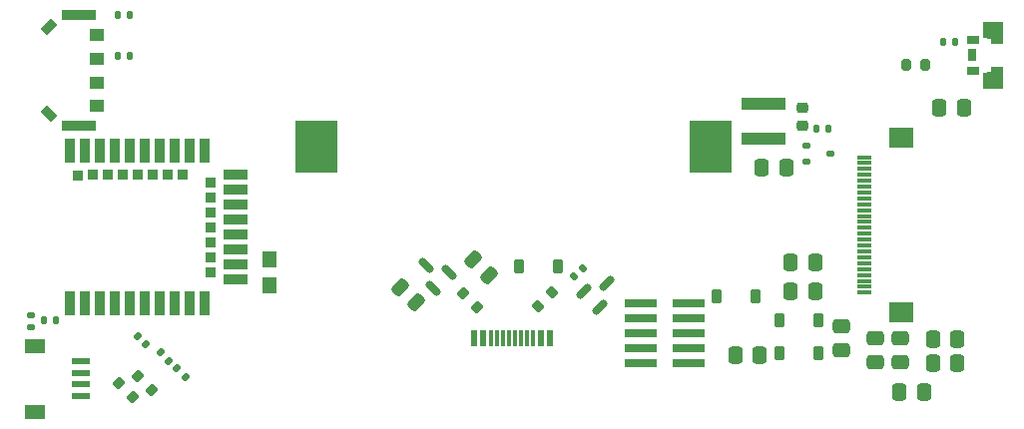
<source format=gbr>
%TF.GenerationSoftware,KiCad,Pcbnew,8.0.9-8.0.9-0~ubuntu22.04.1*%
%TF.CreationDate,2025-08-10T04:03:49+02:00*%
%TF.ProjectId,H-C3-ulp29,482d4333-2d75-46c7-9032-392e6b696361,rev?*%
%TF.SameCoordinates,Original*%
%TF.FileFunction,Paste,Top*%
%TF.FilePolarity,Positive*%
%FSLAX46Y46*%
G04 Gerber Fmt 4.6, Leading zero omitted, Abs format (unit mm)*
G04 Created by KiCad (PCBNEW 8.0.9-8.0.9-0~ubuntu22.04.1) date 2025-08-10 04:03:49*
%MOMM*%
%LPD*%
G01*
G04 APERTURE LIST*
G04 Aperture macros list*
%AMRoundRect*
0 Rectangle with rounded corners*
0 $1 Rounding radius*
0 $2 $3 $4 $5 $6 $7 $8 $9 X,Y pos of 4 corners*
0 Add a 4 corners polygon primitive as box body*
4,1,4,$2,$3,$4,$5,$6,$7,$8,$9,$2,$3,0*
0 Add four circle primitives for the rounded corners*
1,1,$1+$1,$2,$3*
1,1,$1+$1,$4,$5*
1,1,$1+$1,$6,$7*
1,1,$1+$1,$8,$9*
0 Add four rect primitives between the rounded corners*
20,1,$1+$1,$2,$3,$4,$5,0*
20,1,$1+$1,$4,$5,$6,$7,0*
20,1,$1+$1,$6,$7,$8,$9,0*
20,1,$1+$1,$8,$9,$2,$3,0*%
%AMRotRect*
0 Rectangle, with rotation*
0 The origin of the aperture is its center*
0 $1 length*
0 $2 width*
0 $3 Rotation angle, in degrees counterclockwise*
0 Add horizontal line*
21,1,$1,$2,0,0,$3*%
%AMFreePoly0*
4,1,21,0.935355,1.185355,0.950000,1.150000,0.950000,0.250000,0.935355,0.214645,0.900000,0.200000,0.452741,0.200000,0.479746,0.140866,0.500000,0.000000,0.479746,-0.140866,0.450000,-0.206001,0.450000,-0.450000,0.435355,-0.485355,0.400000,-0.500000,-0.900000,-0.500000,-0.935355,-0.485355,-0.950000,-0.450000,-0.950000,1.150000,-0.935355,1.185355,-0.900000,1.200000,0.900000,1.200000,
0.935355,1.185355,0.935355,1.185355,$1*%
%AMFreePoly1*
4,1,21,0.935355,1.185355,0.950000,1.150000,0.950000,-0.450000,0.935355,-0.485355,0.900000,-0.500000,-0.400000,-0.500000,-0.435355,-0.485355,-0.450000,-0.450000,-0.450000,-0.206001,-0.479746,-0.140866,-0.500000,0.000000,-0.479746,0.140866,-0.452741,0.200000,-0.900000,0.200000,-0.935355,0.214645,-0.950000,0.250000,-0.950000,1.150000,-0.935355,1.185355,-0.900000,1.200000,0.900000,1.200000,
0.935355,1.185355,0.935355,1.185355,$1*%
G04 Aperture macros list end*
%ADD10R,1.300000X1.000000*%
%ADD11R,3.000000X0.900000*%
%ADD12RotRect,1.200000X0.800000X45.000000*%
%ADD13RotRect,1.200000X0.800000X135.000000*%
%ADD14RoundRect,0.250000X0.475000X-0.337500X0.475000X0.337500X-0.475000X0.337500X-0.475000X-0.337500X0*%
%ADD15R,1.550000X0.600000*%
%ADD16R,1.800000X1.200000*%
%ADD17RoundRect,0.135000X0.135000X0.185000X-0.135000X0.185000X-0.135000X-0.185000X0.135000X-0.185000X0*%
%ADD18RoundRect,0.135000X-0.135000X-0.185000X0.135000X-0.185000X0.135000X0.185000X-0.135000X0.185000X0*%
%ADD19R,3.630000X4.500000*%
%ADD20RoundRect,0.225000X0.225000X0.375000X-0.225000X0.375000X-0.225000X-0.375000X0.225000X-0.375000X0*%
%ADD21RoundRect,0.135000X-0.226274X-0.035355X-0.035355X-0.226274X0.226274X0.035355X0.035355X0.226274X0*%
%ADD22R,3.708400X1.092200*%
%ADD23R,1.000000X0.800000*%
%ADD24R,0.700000X1.100000*%
%ADD25FreePoly0,270.000000*%
%ADD26FreePoly1,270.000000*%
%ADD27RoundRect,0.200000X0.335876X0.053033X0.053033X0.335876X-0.335876X-0.053033X-0.053033X-0.335876X0*%
%ADD28RoundRect,0.147500X0.172500X-0.147500X0.172500X0.147500X-0.172500X0.147500X-0.172500X-0.147500X0*%
%ADD29RoundRect,0.250000X0.337500X0.475000X-0.337500X0.475000X-0.337500X-0.475000X0.337500X-0.475000X0*%
%ADD30RoundRect,0.150000X0.521491X-0.309359X-0.309359X0.521491X-0.521491X0.309359X0.309359X-0.521491X0*%
%ADD31RoundRect,0.225000X-0.225000X-0.375000X0.225000X-0.375000X0.225000X0.375000X-0.225000X0.375000X0*%
%ADD32RoundRect,0.135000X0.226274X0.035355X0.035355X0.226274X-0.226274X-0.035355X-0.035355X-0.226274X0*%
%ADD33RoundRect,0.150000X-0.309359X-0.521491X0.521491X0.309359X0.309359X0.521491X-0.521491X-0.309359X0*%
%ADD34R,2.770000X0.650000*%
%ADD35RoundRect,0.225000X-0.250000X0.225000X-0.250000X-0.225000X0.250000X-0.225000X0.250000X0.225000X0*%
%ADD36RoundRect,0.250000X-0.337500X-0.475000X0.337500X-0.475000X0.337500X0.475000X-0.337500X0.475000X0*%
%ADD37R,0.900000X2.000000*%
%ADD38R,2.000000X0.900000*%
%ADD39R,0.900000X0.900000*%
%ADD40RoundRect,0.200000X0.053033X-0.335876X0.335876X-0.053033X-0.053033X0.335876X-0.335876X0.053033X0*%
%ADD41R,0.600000X1.450000*%
%ADD42R,0.300000X1.450000*%
%ADD43RoundRect,0.250000X0.512652X0.159099X0.159099X0.512652X-0.512652X-0.159099X-0.159099X-0.512652X0*%
%ADD44R,1.295400X1.422400*%
%ADD45R,1.193800X0.304800*%
%ADD46R,2.006600X1.803400*%
%ADD47RoundRect,0.200000X-0.200000X-0.275000X0.200000X-0.275000X0.200000X0.275000X-0.200000X0.275000X0*%
%ADD48RoundRect,0.135000X-0.035355X0.226274X-0.226274X0.035355X0.035355X-0.226274X0.226274X-0.035355X0*%
%ADD49RoundRect,0.112500X-0.237500X0.112500X-0.237500X-0.112500X0.237500X-0.112500X0.237500X0.112500X0*%
G04 APERTURE END LIST*
D10*
%TO.C,SW1*%
X92428000Y-53615000D03*
X92428000Y-47615000D03*
D11*
X90978000Y-55315000D03*
X90978000Y-45915000D03*
D12*
X88368000Y-46935000D03*
D13*
X88368000Y-54295000D03*
D10*
X92428000Y-51615000D03*
X92428000Y-49615000D03*
%TD*%
D14*
%TO.C,C14*%
X160600000Y-75387500D03*
X160600000Y-73312500D03*
%TD*%
D15*
%TO.C,J4*%
X91093315Y-75253000D03*
X91093315Y-76253000D03*
X91093315Y-77253000D03*
X91093315Y-78253000D03*
D16*
X87218315Y-73953000D03*
X87218315Y-79553000D03*
%TD*%
D17*
%TO.C,R2*%
X95257000Y-49321000D03*
X94237000Y-49321000D03*
%TD*%
D18*
%TO.C,R21*%
X164252000Y-48179000D03*
X165272000Y-48179000D03*
%TD*%
D19*
%TO.C,BT1*%
X144500608Y-57053221D03*
X111120608Y-57053221D03*
%TD*%
D20*
%TO.C,D2*%
X148350000Y-69800000D03*
X145050000Y-69800000D03*
%TD*%
D21*
%TO.C,R6*%
X97867000Y-74533000D03*
X98588248Y-75254248D03*
%TD*%
D22*
%TO.C,L3*%
X149044000Y-53404400D03*
X149044000Y-56401600D03*
%TD*%
D14*
%TO.C,C8*%
X155600000Y-74337500D03*
X155600000Y-72262500D03*
%TD*%
D18*
%TO.C,R5*%
X87992000Y-71771000D03*
X89012000Y-71771000D03*
%TD*%
D23*
%TO.C,SW3*%
X166785000Y-50597000D03*
X166785000Y-47997000D03*
D24*
X166745000Y-49297000D03*
D25*
X168115000Y-47397000D03*
D26*
X168115000Y-51197000D03*
%TD*%
D27*
%TO.C,R15*%
X97133363Y-77733363D03*
X95966637Y-76566637D03*
%TD*%
D28*
%TO.C,D4*%
X86850000Y-72352500D03*
X86850000Y-71382500D03*
%TD*%
D29*
%TO.C,C11*%
X162617500Y-77890000D03*
X160542500Y-77890000D03*
%TD*%
D30*
%TO.C,U2*%
X121019074Y-69112577D03*
X122362577Y-67769074D03*
X120365000Y-67115000D03*
%TD*%
D31*
%TO.C,D1*%
X150395000Y-71800000D03*
X153695000Y-71800000D03*
%TD*%
D29*
%TO.C,C16*%
X148712500Y-74750000D03*
X146637500Y-74750000D03*
%TD*%
D32*
%TO.C,R3*%
X96633624Y-73859624D03*
X95912376Y-73138376D03*
%TD*%
D33*
%TO.C,Q2*%
X133766336Y-69311661D03*
X135109839Y-70655164D03*
X135763913Y-68657587D03*
%TD*%
D34*
%TO.C,CN1*%
X138641000Y-70374000D03*
X142681000Y-70374000D03*
X138641000Y-71644000D03*
X142681000Y-71644000D03*
X138641000Y-72914000D03*
X142681000Y-72914000D03*
X138641000Y-74184000D03*
X142681000Y-74184000D03*
X138641000Y-75454000D03*
X142681000Y-75454000D03*
%TD*%
D29*
%TO.C,C6*%
X166025000Y-53750000D03*
X163950000Y-53750000D03*
%TD*%
D35*
%TO.C,C17*%
X152280000Y-53730000D03*
X152280000Y-55280000D03*
%TD*%
D20*
%TO.C,D3*%
X153695000Y-74600000D03*
X150395000Y-74600000D03*
%TD*%
D36*
%TO.C,C7*%
X148875000Y-58850000D03*
X150950000Y-58850000D03*
%TD*%
D21*
%TO.C,R9*%
X99236000Y-75892000D03*
X99957248Y-76613248D03*
%TD*%
D36*
%TO.C,C9*%
X151312500Y-66875000D03*
X153387500Y-66875000D03*
%TD*%
D31*
%TO.C,D5*%
X128268000Y-67253000D03*
X131568000Y-67253000D03*
%TD*%
D37*
%TO.C,U1*%
X90212000Y-70380000D03*
X91482000Y-70380000D03*
X92722000Y-70380000D03*
X94022000Y-70380000D03*
X95292000Y-70380000D03*
X96562000Y-70380000D03*
X97832000Y-70380000D03*
X99102000Y-70380000D03*
X100372000Y-70380000D03*
X101642000Y-70380000D03*
D38*
X104232000Y-68330000D03*
D39*
X102132000Y-67690000D03*
D38*
X104232000Y-67050000D03*
D39*
X102132000Y-66420000D03*
D38*
X104232000Y-65780000D03*
D39*
X102132000Y-65150000D03*
D38*
X104232000Y-64510000D03*
D39*
X102132000Y-63880000D03*
D38*
X104232000Y-63250000D03*
D39*
X102132000Y-62610000D03*
D38*
X104232000Y-61980000D03*
D39*
X102132000Y-61340000D03*
D38*
X104232000Y-60710000D03*
D39*
X102132000Y-60070000D03*
D38*
X104232000Y-59430000D03*
D37*
X101642000Y-57380000D03*
X100372000Y-57380000D03*
D39*
X99732000Y-59470000D03*
D37*
X99102000Y-57380000D03*
D39*
X98462000Y-59470000D03*
D37*
X97832000Y-57380000D03*
D39*
X97192000Y-59470000D03*
D37*
X96562000Y-57380000D03*
D39*
X95922000Y-59470000D03*
D37*
X95292000Y-57380000D03*
D39*
X94652000Y-59470000D03*
D37*
X94022000Y-57380000D03*
D39*
X93382000Y-59470000D03*
D37*
X92752000Y-57380000D03*
D39*
X92112000Y-59470000D03*
D37*
X91482000Y-57380000D03*
D39*
X90842000Y-59480000D03*
D37*
X90212000Y-57380000D03*
%TD*%
D40*
%TO.C,R20*%
X129902274Y-70621726D03*
X131069000Y-69455000D03*
%TD*%
D41*
%TO.C,J1*%
X124435000Y-73349000D03*
X125235000Y-73349000D03*
D42*
X126435000Y-73349000D03*
X127435000Y-73349000D03*
X127935000Y-73349000D03*
X128935000Y-73349000D03*
D41*
X130135000Y-73349000D03*
X130935000Y-73349000D03*
X130935000Y-73349000D03*
X130135000Y-73349000D03*
D42*
X129435000Y-73349000D03*
X128435000Y-73349000D03*
X126935000Y-73349000D03*
X125935000Y-73349000D03*
D41*
X125235000Y-73349000D03*
X124435000Y-73349000D03*
%TD*%
D43*
%TO.C,C2*%
X125756751Y-67941751D03*
X124413249Y-66598249D03*
%TD*%
D29*
%TO.C,C10*%
X165486000Y-73397000D03*
X163411000Y-73397000D03*
%TD*%
D44*
%TO.C,Y2*%
X107125000Y-66611800D03*
X107125000Y-68796200D03*
%TD*%
D43*
%TO.C,C1*%
X119528751Y-70308751D03*
X118185249Y-68965249D03*
%TD*%
D27*
%TO.C,R14*%
X95515000Y-78331000D03*
X94348274Y-77164274D03*
%TD*%
D45*
%TO.C,J2*%
X157554400Y-69450001D03*
X157554400Y-68950000D03*
X157554400Y-68450001D03*
X157554400Y-67949999D03*
X157554400Y-67450000D03*
X157554400Y-66950001D03*
X157554400Y-66450000D03*
X157554400Y-65950001D03*
X157554400Y-65449999D03*
X157554400Y-64950000D03*
X157554400Y-64450001D03*
X157554400Y-63950000D03*
X157554400Y-63450000D03*
X157554400Y-62949999D03*
X157554400Y-62450000D03*
X157554400Y-61950001D03*
X157554400Y-61449999D03*
X157554400Y-60950000D03*
X157554400Y-60449999D03*
X157554400Y-59950000D03*
X157554400Y-59450001D03*
X157554400Y-58949999D03*
X157554400Y-58450000D03*
X157554400Y-57950001D03*
D46*
X160704399Y-71100000D03*
X160704399Y-56300000D03*
%TD*%
D18*
%TO.C,R7*%
X153519000Y-55500000D03*
X154539000Y-55500000D03*
%TD*%
D47*
%TO.C,R8*%
X161100000Y-50150000D03*
X162750000Y-50150000D03*
%TD*%
D36*
%TO.C,C15*%
X151312500Y-69350000D03*
X153387500Y-69350000D03*
%TD*%
D27*
%TO.C,R1*%
X124685363Y-70657363D03*
X123518637Y-69490637D03*
%TD*%
D48*
%TO.C,R10*%
X133666624Y-67367376D03*
X132945376Y-68088624D03*
%TD*%
D17*
%TO.C,R4*%
X95257000Y-45909000D03*
X94237000Y-45909000D03*
%TD*%
D49*
%TO.C,Q1*%
X152650000Y-57000000D03*
X152650000Y-58300000D03*
X154650000Y-57650000D03*
%TD*%
D29*
%TO.C,C12*%
X165486000Y-75472000D03*
X163411000Y-75472000D03*
%TD*%
D14*
%TO.C,C13*%
X158500000Y-75387500D03*
X158500000Y-73312500D03*
%TD*%
M02*

</source>
